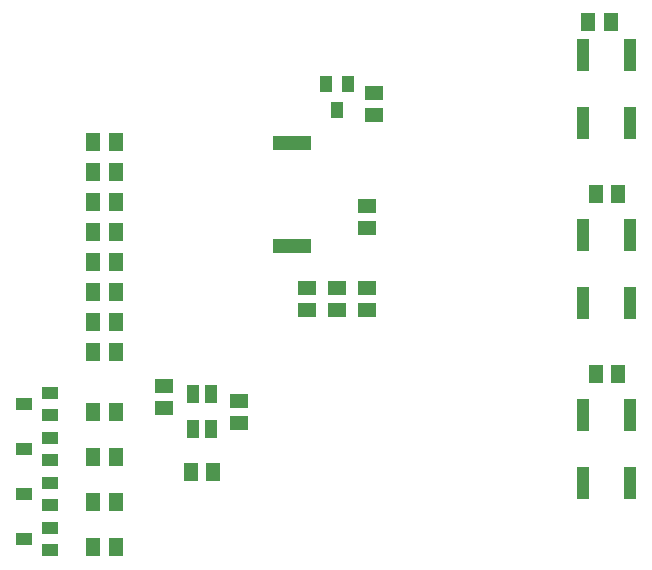
<source format=gtp>
G04 EAGLE Gerber RS-274X export*
G75*
%MOMM*%
%FSLAX34Y34*%
%LPD*%
%INTop Paste*%
%IPPOS*%
%AMOC8*
5,1,8,0,0,1.08239X$1,22.5*%
G01*
%ADD10R,3.200000X1.300000*%
%ADD11R,1.300000X1.500000*%
%ADD12R,1.500000X1.300000*%
%ADD13R,1.400000X1.000000*%
%ADD14R,1.000000X2.750000*%
%ADD15R,1.100000X1.500000*%
%ADD16R,1.000000X1.400000*%


D10*
X393700Y280350D03*
X393700Y367350D03*
D11*
X663550Y469900D03*
X644550Y469900D03*
X669900Y323850D03*
X650900Y323850D03*
X669900Y171450D03*
X650900Y171450D03*
D12*
X406400Y225450D03*
X406400Y244450D03*
X431800Y225450D03*
X431800Y244450D03*
X457200Y225450D03*
X457200Y244450D03*
X285750Y161900D03*
X285750Y142900D03*
X349250Y130200D03*
X349250Y149200D03*
D11*
X308000Y88900D03*
X327000Y88900D03*
X225450Y190500D03*
X244450Y190500D03*
X225450Y215900D03*
X244450Y215900D03*
X225450Y241300D03*
X244450Y241300D03*
X225450Y266700D03*
X244450Y266700D03*
X225450Y292100D03*
X244450Y292100D03*
X225450Y317500D03*
X244450Y317500D03*
X225450Y342900D03*
X244450Y342900D03*
X225450Y368300D03*
X244450Y368300D03*
D13*
X188800Y136550D03*
X188800Y155550D03*
X166800Y146050D03*
X188800Y98450D03*
X188800Y117450D03*
X166800Y107950D03*
X188800Y60350D03*
X188800Y79350D03*
X166800Y69850D03*
X188800Y22250D03*
X188800Y41250D03*
X166800Y31750D03*
D14*
X640400Y384000D03*
X680400Y384000D03*
X680400Y441500D03*
X640400Y441500D03*
X640400Y231600D03*
X680400Y231600D03*
X680400Y289100D03*
X640400Y289100D03*
X640400Y79200D03*
X680400Y79200D03*
X680400Y136700D03*
X640400Y136700D03*
D15*
X310000Y154700D03*
X310000Y124700D03*
X325000Y124700D03*
X325000Y154700D03*
D16*
X441300Y417400D03*
X422300Y417400D03*
X431800Y395400D03*
D12*
X457200Y295300D03*
X457200Y314300D03*
D11*
X225450Y139700D03*
X244450Y139700D03*
X225450Y63500D03*
X244450Y63500D03*
X225450Y101600D03*
X244450Y101600D03*
X225450Y25400D03*
X244450Y25400D03*
D12*
X463550Y409550D03*
X463550Y390550D03*
M02*

</source>
